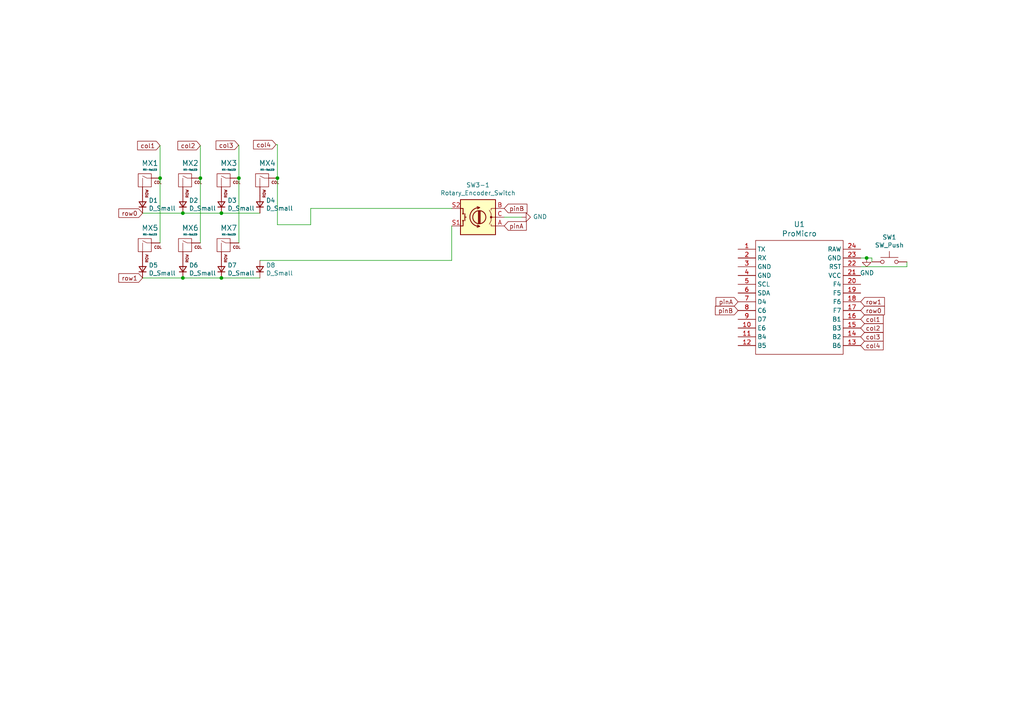
<source format=kicad_sch>
(kicad_sch (version 20200714) (host eeschema "(5.99.0-2318-gf1aa7e523)")
  (page 1 1)
  (paper "A4")
  (lib_symbols
    (symbol "6Pack-rescue:Rotary_Encoder_Switch-Device" (pin_names (offset 0.254) hide)
      (property "Reference" "SW" (at 0 6.604 0))
      (property "Value" "Rotary_Encoder_Switch-Device" (at 0 -6.604 0))
      (symbol "Rotary_Encoder_Switch-Device_0_1"
        (arc (start -0.381 -2.794) (end -0.381 2.667) (radius (at -0.381 -0.0508) (length 2.7432) (angles -89.9 89.9)) (stroke (width 0.254)))
        (circle (center -0.381 0) (radius 1.905) (stroke (width 0.254)))
        (circle (center 4.318 -1.016) (radius 0.127) (stroke (width 0.254)))
        (circle (center 4.318 1.016) (radius 0.127) (stroke (width 0.254)))
        (circle (center -3.81 0) (radius 0.254) (fill (type outline)))
        (rectangle (start -5.08 5.08) (end 5.08 -5.08) (stroke (width 0.254)) (fill (type background)))
        (polyline (pts (xy -0.635 -1.778) (xy -0.635 1.778)) (stroke (width 0.254)))
        (polyline (pts (xy -0.381 -1.778) (xy -0.381 1.778)) (stroke (width 0.254)))
        (polyline (pts (xy -0.127 1.778) (xy -0.127 -1.778)) (stroke (width 0.254)))
        (polyline (pts (xy 3.81 0) (xy 3.429 0)) (stroke (width 0.254)))
        (polyline (pts (xy 3.81 1.016) (xy 3.81 -1.016)) (stroke (width 0.254)))
        (polyline (pts (xy -5.08 -2.54) (xy -3.81 -2.54) (xy -3.81 -2.032)))
        (polyline (pts (xy -5.08 2.54) (xy -3.81 2.54) (xy -3.81 2.032)))
        (polyline (pts (xy 0.254 -3.048) (xy -0.508 -2.794) (xy 0.127 -2.413)) (stroke (width 0.254)))
        (polyline (pts (xy 0.254 2.921) (xy -0.508 2.667) (xy 0.127 2.286)) (stroke (width 0.254)))
        (polyline (pts (xy 5.08 -2.54) (xy 4.318 -2.54) (xy 4.318 -1.016)) (stroke (width 0.254)))
        (polyline (pts (xy 5.08 2.54) (xy 4.318 2.54) (xy 4.318 1.016)) (stroke (width 0.254)))
        (polyline (pts (xy -5.08 0) (xy -3.81 0) (xy -3.81 -1.016) (xy -3.302 -2.032)))
        (polyline (pts (xy -4.318 0) (xy -3.81 0) (xy -3.81 1.016) (xy -3.302 2.032)))
      )
      (symbol "Rotary_Encoder_Switch-Device_1_1"
        (pin passive line (at -7.62 2.54 0) (length 2.54) (name "A") (number "A"))
        (pin passive line (at -7.62 -2.54 0) (length 2.54) (name "B") (number "B"))
        (pin passive line (at -7.62 0 0) (length 2.54) (name "C") (number "C"))
        (pin passive line (at 7.62 2.54 180) (length 2.54) (name "S1") (number "S1"))
        (pin passive line (at 7.62 -2.54 180) (length 2.54) (name "S2") (number "S2"))
      )
    )
    (symbol "cpu:ProMicro"
      (property "Reference" "U" (at 0 24.13 0))
      (property "Value" "ProMicro" (at 0 -13.97 0))
      (symbol "ProMicro_0_1"
        (rectangle (start -12.7 21.59) (end 12.7 -11.43))
      )
      (symbol "ProMicro_1_1"
        (pin bidirectional line (at -17.78 19.05 0) (length 5.08) (name "TX") (number "1"))
        (pin bidirectional line (at -17.78 16.51 0) (length 5.08) (name "RX") (number "2"))
        (pin power_in line (at -17.78 13.97 0) (length 5.08) (name "GND") (number "3"))
        (pin power_in line (at -17.78 11.43 0) (length 5.08) (name "GND") (number "4"))
        (pin bidirectional line (at -17.78 8.89 0) (length 5.08) (name "SCL") (number "5"))
        (pin bidirectional line (at -17.78 6.35 0) (length 5.08) (name "SDA") (number "6"))
        (pin bidirectional line (at -17.78 3.81 0) (length 5.08) (name "D4") (number "7"))
        (pin bidirectional line (at -17.78 1.27 0) (length 5.08) (name "C6") (number "8"))
        (pin bidirectional line (at -17.78 -1.27 0) (length 5.08) (name "D7") (number "9"))
        (pin bidirectional line (at -17.78 -3.81 0) (length 5.08) (name "E6") (number "10"))
        (pin bidirectional line (at 17.78 8.89 180) (length 5.08) (name "F4") (number "20"))
        (pin bidirectional line (at -17.78 -6.35 0) (length 5.08) (name "B4") (number "11"))
        (pin power_in line (at 17.78 11.43 180) (length 5.08) (name "VCC") (number "21"))
        (pin bidirectional line (at -17.78 -8.89 0) (length 5.08) (name "B5") (number "12"))
        (pin input line (at 17.78 13.97 180) (length 5.08) (name "RST") (number "22"))
        (pin bidirectional line (at 17.78 -8.89 180) (length 5.08) (name "B6") (number "13"))
        (pin power_in line (at 17.78 16.51 180) (length 5.08) (name "GND") (number "23"))
        (pin bidirectional line (at 17.78 -6.35 180) (length 5.08) (name "B2") (number "14"))
        (pin power_out line (at 17.78 19.05 180) (length 5.08) (name "RAW") (number "24"))
        (pin bidirectional line (at 17.78 -3.81 180) (length 5.08) (name "B3") (number "15"))
        (pin bidirectional line (at 17.78 -1.27 180) (length 5.08) (name "B1") (number "16"))
        (pin bidirectional line (at 17.78 1.27 180) (length 5.08) (name "F7") (number "17"))
        (pin bidirectional line (at 17.78 3.81 180) (length 5.08) (name "F6") (number "18"))
        (pin bidirectional line (at 17.78 6.35 180) (length 5.08) (name "F5") (number "19"))
      )
    )
    (symbol "mx:MX-NoLED"
      (property "Reference" "MX" (at -0.635 3.81 0))
      (property "Value" "MX-NoLED" (at -0.635 1.27 0))
      (symbol "MX-NoLED_0_0"
        (text "COL" (at 3.175 0 0) (effects (font (size 0.762 0.762))))
        (text "ROW" (at 0 -1.905 900) (effects (font (size 0.762 0.762)) (justify right)))
        (rectangle (start -2.54 2.54) (end 1.27 -1.27))
        (polyline (pts (xy -1.27 -1.27) (xy -1.27 1.27)) (stroke (width 0.127)))
        (polyline (pts (xy 1.27 1.27) (xy 0 1.27) (xy -1.27 1.905)) (stroke (width 0.127)))
      )
      (symbol "MX-NoLED_1_1"
        (pin passive line (at 3.81 1.27 180) (length 2.54) (name "COL") (number "1"))
        (pin passive line (at -1.27 -3.81 90) (length 2.54) (name "ROW") (number "2"))
      )
    )
    (symbol "power:GND" (power) (pin_names (offset 0))
      (property "Value" "GND" (at 0 -3.81 0))
      (symbol "GND_0_1"
        (polyline (pts (xy 0 0) (xy 0 -1.27) (xy 1.27 -1.27) (xy 0 -2.54) (xy -1.27 -1.27) (xy 0 -1.27)))
      )
      (symbol "GND_1_1"
        (pin power_in line (at 0 0 270) (length 0) hide (name "GND") (number "1"))
      )
    )
    (symbol "res:D_Small" (pin_numbers hide) (pin_names (offset 0.254) hide)
      (property "Reference" "D" (at -1.27 2.032 0))
      (property "Value" "D_Small" (at -3.81 -2.032 0))
      (symbol "D_Small_0_1"
        (polyline (pts (xy -0.762 -1.016) (xy -0.762 1.016)) (stroke (width 0.254)))
        (polyline (pts (xy -0.762 0) (xy 0.762 0)))
        (polyline (pts (xy 0.762 -1.016) (xy -0.762 0) (xy 0.762 1.016) (xy 0.762 -1.016)) (stroke (width 0.254)))
      )
      (symbol "D_Small_1_1"
        (pin passive line (at -2.54 0 0) (length 1.778) (name "K") (number "1"))
        (pin passive line (at 2.54 0 180) (length 1.778) (name "A") (number "2"))
      )
    )
    (symbol "switch:SW_Push" (pin_numbers hide) (pin_names hide)
      (property "Reference" "SW" (at 1.27 2.54 0))
      (property "Value" "SW_Push" (at 0 -1.524 0))
      (symbol "SW_Push_0_1"
        (circle (center -2.032 0) (radius 0.508))
        (circle (center 2.032 0) (radius 0.508))
        (polyline (pts (xy 0 1.27) (xy 0 3.048)))
        (polyline (pts (xy 2.54 1.27) (xy -2.54 1.27)))
        (pin passive line (at -5.08 0 0) (length 2.54) (name "1") (number "1"))
        (pin passive line (at 5.08 0 180) (length 2.54) (name "2") (number "2"))
      )
    )
  )
  (junction (at 46.4312 51.6636))
  (junction (at 53.0352 61.8236))
  (junction (at 53.0352 80.6196))
  (junction (at 58.1152 51.6636))
  (junction (at 64.2112 61.8236))
  (junction (at 64.2112 80.6196))
  (junction (at 69.2912 51.6636))
  (junction (at 80.4672 51.6636))
  (junction (at 251.3584 74.8284))
  (wire (pts (xy 41.3512 61.8236) (xy 53.0352 61.8236)))
  (wire (pts (xy 41.3512 80.6196) (xy 53.0352 80.6196)))
  (wire (pts (xy 46.4312 42.2148) (xy 46.4312 51.6636)))
  (wire (pts (xy 46.4312 51.6636) (xy 46.4312 70.4596)))
  (wire (pts (xy 53.0352 61.8236) (xy 64.2112 61.8236)))
  (wire (pts (xy 53.0352 80.6196) (xy 64.2112 80.6196)))
  (wire (pts (xy 58.1152 42.2148) (xy 58.1152 51.6636)))
  (wire (pts (xy 58.1152 51.6636) (xy 58.1152 70.4596)))
  (wire (pts (xy 64.2112 61.8236) (xy 75.3872 61.8236)))
  (wire (pts (xy 64.2112 80.6196) (xy 75.3872 80.6196)))
  (wire (pts (xy 69.2912 42.1132) (xy 69.1896 42.1132)))
  (wire (pts (xy 69.2912 42.1132) (xy 69.2912 51.6636)))
  (wire (pts (xy 69.2912 51.6636) (xy 69.2912 70.4596)))
  (wire (pts (xy 75.3872 75.5396) (xy 131.0132 75.5396)))
  (wire (pts (xy 80.4672 41.9608) (xy 80.0608 41.9608)))
  (wire (pts (xy 80.4672 41.9608) (xy 80.4672 51.6636)))
  (wire (pts (xy 80.4672 51.6636) (xy 80.4672 65.1764)))
  (wire (pts (xy 90.1192 60.452) (xy 90.1192 65.1764)))
  (wire (pts (xy 90.1192 60.452) (xy 131.0132 60.452)))
  (wire (pts (xy 90.1192 65.1764) (xy 80.4672 65.1764)))
  (wire (pts (xy 131.0132 65.532) (xy 131.0132 75.5396)))
  (wire (pts (xy 146.2532 62.992) (xy 151.3332 62.992)))
  (wire (pts (xy 249.6312 74.8284) (xy 251.3584 74.8284)))
  (wire (pts (xy 249.6312 77.3684) (xy 263.0424 77.3684)))
  (wire (pts (xy 251.3584 74.8284) (xy 252.8824 74.8284)))
  (wire (pts (xy 252.8824 74.8284) (xy 252.8824 75.946)))
  (wire (pts (xy 263.0424 77.3684) (xy 263.0424 75.946)))
  (global_label "row0" (shape input) (at 41.3512 61.8236 180))
  (global_label "row1" (shape input) (at 41.3512 80.6196 180))
  (global_label "col1" (shape input) (at 46.4312 42.2148 180))
  (global_label "col2" (shape input) (at 58.1152 42.2148 180))
  (global_label "col3" (shape input) (at 69.1896 42.1132 180))
  (global_label "col4" (shape input) (at 80.0608 41.9608 180))
  (global_label "pinB" (shape input) (at 146.2532 60.452 0))
  (global_label "pinA" (shape input) (at 146.2532 65.532 0))
  (global_label "pinA" (shape input) (at 214.0712 87.5284 180))
  (global_label "pinB" (shape input) (at 214.0712 90.0684 180))
  (global_label "row1" (shape input) (at 249.6312 87.5284 0))
  (global_label "row0" (shape input) (at 249.6312 90.0684 0))
  (global_label "col1" (shape input) (at 249.6312 92.6084 0))
  (global_label "col2" (shape input) (at 249.6312 95.1484 0))
  (global_label "col3" (shape input) (at 249.6312 97.6884 0))
  (global_label "col4" (shape input) (at 249.6312 100.2284 0))
  (symbol (lib_id "power:GND") (at 151.3332 62.992 90) (unit 1)
    (property "Reference" "#PWR01" (effects hide))
    (property "Value" "GND" (at 154.5844 62.865 90) (effects (justify right)))
  )
  (symbol (lib_id "power:GND") (at 251.3584 74.8284 0) (unit 1)
    (property "Reference" "#PWR?" (effects hide))
    (property "Value" "GND" (at 251.4727 79.1528 0))
  )
  (symbol (lib_id "res:D_Small") (at 41.3512 59.2836 90) (unit 1)
    (property "Reference" "D1" (at 43.1293 58.1342 90) (effects (justify right)))
    (property "Value" "D_Small" (at 43.1293 60.4329 90) (effects (justify right)))
    (property "Footprint" "keyboard_parts:D_1206" (effects hide))
  )
  (symbol (lib_id "res:D_Small") (at 41.3512 78.0796 90) (unit 1)
    (property "Reference" "D5" (at 43.1293 76.9302 90) (effects (justify right)))
    (property "Value" "D_Small" (at 43.1293 79.2289 90) (effects (justify right)))
    (property "Footprint" "keyboard_parts:D_1206" (effects hide))
  )
  (symbol (lib_id "res:D_Small") (at 53.0352 59.2836 90) (unit 1)
    (property "Reference" "D2" (at 54.8133 58.1342 90) (effects (justify right)))
    (property "Value" "D_Small" (at 54.8133 60.4329 90) (effects (justify right)))
    (property "Footprint" "keyboard_parts:D_1206" (effects hide))
  )
  (symbol (lib_id "res:D_Small") (at 53.0352 78.0796 90) (unit 1)
    (property "Reference" "D6" (at 54.8133 76.9302 90) (effects (justify right)))
    (property "Value" "D_Small" (at 54.8133 79.2289 90) (effects (justify right)))
    (property "Footprint" "keyboard_parts:D_1206" (effects hide))
  )
  (symbol (lib_id "res:D_Small") (at 64.2112 59.2836 90) (unit 1)
    (property "Reference" "D3" (at 65.9893 58.1342 90) (effects (justify right)))
    (property "Value" "D_Small" (at 65.9893 60.4329 90) (effects (justify right)))
    (property "Footprint" "keyboard_parts:D_1206" (effects hide))
  )
  (symbol (lib_id "res:D_Small") (at 64.2112 78.0796 90) (unit 1)
    (property "Reference" "D7" (at 65.9893 76.9302 90) (effects (justify right)))
    (property "Value" "D_Small" (at 65.9893 79.2289 90) (effects (justify right)))
    (property "Footprint" "keyboard_parts:D_1206" (effects hide))
  )
  (symbol (lib_id "res:D_Small") (at 75.3872 59.2836 90) (unit 1)
    (property "Reference" "D4" (at 77.1653 58.1342 90) (effects (justify right)))
    (property "Value" "D_Small" (at 77.1653 60.4329 90) (effects (justify right)))
    (property "Footprint" "keyboard_parts:D_1206" (effects hide))
  )
  (symbol (lib_id "res:D_Small") (at 75.3872 78.0796 90) (unit 1)
    (property "Reference" "D8" (at 77.1653 76.9302 90) (effects (justify right)))
    (property "Value" "D_Small" (at 77.1653 79.2289 90) (effects (justify right)))
    (property "Footprint" "keyboard_parts:D_1206" (effects hide))
  )
  (symbol (lib_id "switch:SW_Push") (at 257.9624 75.946 0) (unit 1)
    (property "Reference" "SW1" (at 257.9624 68.8152 0))
    (property "Value" "SW_Push" (at 257.9624 71.1132 0))
    (property "Footprint" "keyboard_parts:SW_TACTILE_SMD" (effects hide))
  )
  (symbol (lib_id "mx:MX-NoLED") (at 42.6212 52.9336 0) (unit 1)
    (property "Reference" "MX1" (at 43.5067 47.3328 0) (effects (font (size 1.524 1.524))))
    (property "Value" "MX-NoLED" (at 43.5067 49.2225 0) (effects (font (size 0.508 0.508))))
    (property "Footprint" "Button_Switch_Keyboard:SW_Cherry_MX_1.00u_PCB" (effects hide))
  )
  (symbol (lib_id "mx:MX-NoLED") (at 42.6212 71.7296 0) (unit 1)
    (property "Reference" "MX5" (at 43.5067 66.1288 0) (effects (font (size 1.524 1.524))))
    (property "Value" "MX-NoLED" (at 43.5067 68.0185 0) (effects (font (size 0.508 0.508))))
    (property "Footprint" "Button_Switch_Keyboard:SW_Cherry_MX_1.00u_PCB" (effects hide))
  )
  (symbol (lib_id "mx:MX-NoLED") (at 54.3052 52.9336 0) (unit 1)
    (property "Reference" "MX2" (at 55.1907 47.3328 0) (effects (font (size 1.524 1.524))))
    (property "Value" "MX-NoLED" (at 55.1907 49.2225 0) (effects (font (size 0.508 0.508))))
    (property "Footprint" "Button_Switch_Keyboard:SW_Cherry_MX_1.00u_PCB" (effects hide))
  )
  (symbol (lib_id "mx:MX-NoLED") (at 54.3052 71.7296 0) (unit 1)
    (property "Reference" "MX6" (at 55.1907 66.1288 0) (effects (font (size 1.524 1.524))))
    (property "Value" "MX-NoLED" (at 55.1907 68.0185 0) (effects (font (size 0.508 0.508))))
    (property "Footprint" "Button_Switch_Keyboard:SW_Cherry_MX_1.00u_PCB" (effects hide))
  )
  (symbol (lib_id "mx:MX-NoLED") (at 65.4812 52.9336 0) (unit 1)
    (property "Reference" "MX3" (at 66.3667 47.3328 0) (effects (font (size 1.524 1.524))))
    (property "Value" "MX-NoLED" (at 66.3667 49.2225 0) (effects (font (size 0.508 0.508))))
    (property "Footprint" "Button_Switch_Keyboard:SW_Cherry_MX_1.00u_PCB" (effects hide))
  )
  (symbol (lib_id "mx:MX-NoLED") (at 65.4812 71.7296 0) (unit 1)
    (property "Reference" "MX7" (at 66.3667 66.1288 0) (effects (font (size 1.524 1.524))))
    (property "Value" "MX-NoLED" (at 66.3667 68.0185 0) (effects (font (size 0.508 0.508))))
    (property "Footprint" "Button_Switch_Keyboard:SW_Cherry_MX_1.00u_PCB" (effects hide))
  )
  (symbol (lib_id "mx:MX-NoLED") (at 76.6572 52.9336 0) (unit 1)
    (property "Reference" "MX4" (at 77.5427 47.3328 0) (effects (font (size 1.524 1.524))))
    (property "Value" "MX-NoLED" (at 77.5427 49.2225 0) (effects (font (size 0.508 0.508))))
    (property "Footprint" "Button_Switch_Keyboard:SW_Cherry_MX_1.00u_PCB" (effects hide))
  )
  (symbol (lib_id "6Pack-rescue:Rotary_Encoder_Switch-Device") (at 138.6332 62.992 180) (unit 1)
    (property "Reference" "SW3-1" (at 138.6332 53.6702 0))
    (property "Value" "Rotary_Encoder_Switch" (at 138.6332 55.9816 0))
    (property "Footprint" "keeb:RotaryEncoder_Alps_EC11E-Switch_Vertical_H20mm" (effects hide))
  )
  (symbol (lib_id "cpu:ProMicro") (at 231.8512 91.3384 0) (unit 1)
    (property "Reference" "U1" (at 231.8512 65.0519 0) (effects (font (size 1.524 1.524))))
    (property "Value" "ProMicro" (at 231.8512 67.7595 0) (effects (font (size 1.524 1.524))))
    (property "Footprint" "keyboard_parts:Pro_Micro" (effects hide))
  )
)
</source>
